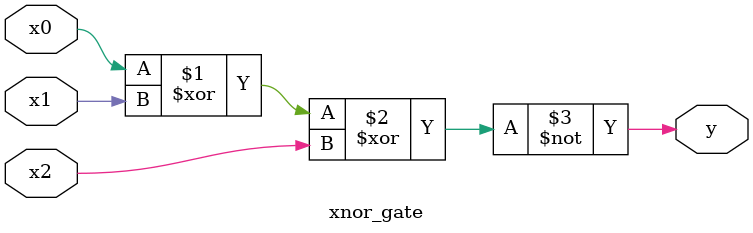
<source format=v>
module xnor_gate(y, x0, x1, x2);
	output y;
	input x0, x1, x2;
		
	assign y = ~(x0 ^ x1 ^ x2);
endmodule
	
</source>
